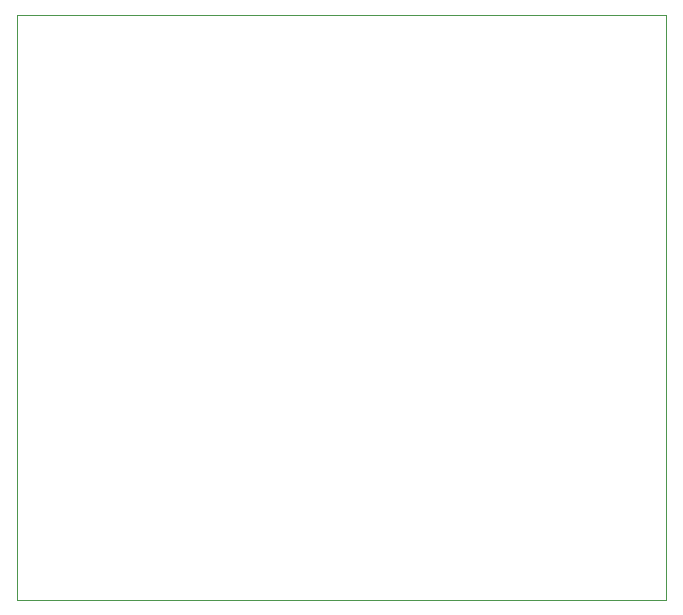
<source format=gm1>
%FSTAX25Y25*%
%MOIN*%
G70*
G01*
G75*
G04 Layer_Color=16711935*
%ADD10R,0.05512X0.08268*%
%ADD11R,0.06000X0.04000*%
%ADD12R,0.05984X0.04134*%
%ADD13R,0.03937X0.04724*%
%ADD14R,0.04724X0.03937*%
%ADD15R,0.04000X0.06000*%
%ADD16C,0.01181*%
%ADD17C,0.01969*%
%ADD18C,0.01000*%
%ADD19C,0.06299*%
%ADD20C,0.00394*%
D20*
X-0003937Y-0001969D02*
X0212598D01*
Y0192913D01*
X-0003937Y-0001969D02*
Y0192913D01*
X0212598D01*
M02*

</source>
